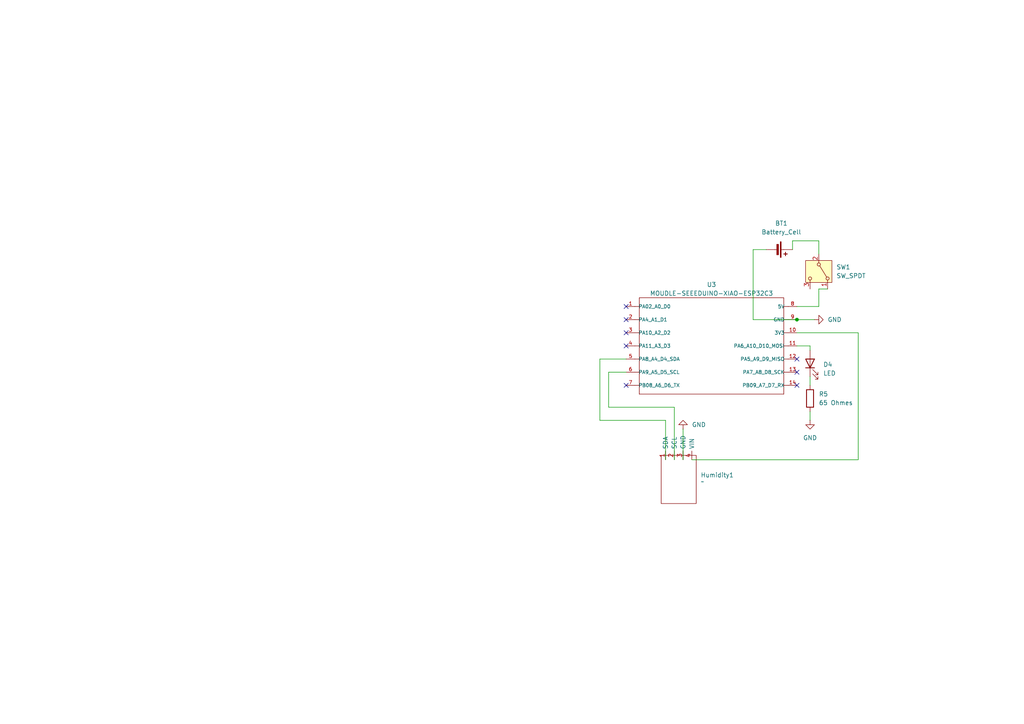
<source format=kicad_sch>
(kicad_sch
	(version 20231120)
	(generator "eeschema")
	(generator_version "8.0")
	(uuid "7337fde0-1ea6-453c-8879-0553c18887b5")
	(paper "A4")
	(title_block
		(title "Display part")
		(date "2025-02-05")
		(rev "V1")
		(company "Yu Shi")
	)
	(lib_symbols
		(symbol "Device:Battery_Cell"
			(pin_numbers hide)
			(pin_names
				(offset 0) hide)
			(exclude_from_sim no)
			(in_bom yes)
			(on_board yes)
			(property "Reference" "BT"
				(at 2.54 2.54 0)
				(effects
					(font
						(size 1.27 1.27)
					)
					(justify left)
				)
			)
			(property "Value" "Battery_Cell"
				(at 2.54 0 0)
				(effects
					(font
						(size 1.27 1.27)
					)
					(justify left)
				)
			)
			(property "Footprint" ""
				(at 0 1.524 90)
				(effects
					(font
						(size 1.27 1.27)
					)
					(hide yes)
				)
			)
			(property "Datasheet" "~"
				(at 0 1.524 90)
				(effects
					(font
						(size 1.27 1.27)
					)
					(hide yes)
				)
			)
			(property "Description" "Single-cell battery"
				(at 0 0 0)
				(effects
					(font
						(size 1.27 1.27)
					)
					(hide yes)
				)
			)
			(property "ki_keywords" "battery cell"
				(at 0 0 0)
				(effects
					(font
						(size 1.27 1.27)
					)
					(hide yes)
				)
			)
			(symbol "Battery_Cell_0_1"
				(rectangle
					(start -2.286 1.778)
					(end 2.286 1.524)
					(stroke
						(width 0)
						(type default)
					)
					(fill
						(type outline)
					)
				)
				(rectangle
					(start -1.524 1.016)
					(end 1.524 0.508)
					(stroke
						(width 0)
						(type default)
					)
					(fill
						(type outline)
					)
				)
				(polyline
					(pts
						(xy 0 0.762) (xy 0 0)
					)
					(stroke
						(width 0)
						(type default)
					)
					(fill
						(type none)
					)
				)
				(polyline
					(pts
						(xy 0 1.778) (xy 0 2.54)
					)
					(stroke
						(width 0)
						(type default)
					)
					(fill
						(type none)
					)
				)
				(polyline
					(pts
						(xy 0.762 3.048) (xy 1.778 3.048)
					)
					(stroke
						(width 0.254)
						(type default)
					)
					(fill
						(type none)
					)
				)
				(polyline
					(pts
						(xy 1.27 3.556) (xy 1.27 2.54)
					)
					(stroke
						(width 0.254)
						(type default)
					)
					(fill
						(type none)
					)
				)
			)
			(symbol "Battery_Cell_1_1"
				(pin passive line
					(at 0 5.08 270)
					(length 2.54)
					(name "+"
						(effects
							(font
								(size 1.27 1.27)
							)
						)
					)
					(number "1"
						(effects
							(font
								(size 1.27 1.27)
							)
						)
					)
				)
				(pin passive line
					(at 0 -2.54 90)
					(length 2.54)
					(name "-"
						(effects
							(font
								(size 1.27 1.27)
							)
						)
					)
					(number "2"
						(effects
							(font
								(size 1.27 1.27)
							)
						)
					)
				)
			)
		)
		(symbol "Device:LED"
			(pin_numbers hide)
			(pin_names
				(offset 1.016) hide)
			(exclude_from_sim no)
			(in_bom yes)
			(on_board yes)
			(property "Reference" "D"
				(at 0 2.54 0)
				(effects
					(font
						(size 1.27 1.27)
					)
				)
			)
			(property "Value" "LED"
				(at 0 -2.54 0)
				(effects
					(font
						(size 1.27 1.27)
					)
				)
			)
			(property "Footprint" ""
				(at 0 0 0)
				(effects
					(font
						(size 1.27 1.27)
					)
					(hide yes)
				)
			)
			(property "Datasheet" "~"
				(at 0 0 0)
				(effects
					(font
						(size 1.27 1.27)
					)
					(hide yes)
				)
			)
			(property "Description" "Light emitting diode"
				(at 0 0 0)
				(effects
					(font
						(size 1.27 1.27)
					)
					(hide yes)
				)
			)
			(property "ki_keywords" "LED diode"
				(at 0 0 0)
				(effects
					(font
						(size 1.27 1.27)
					)
					(hide yes)
				)
			)
			(property "ki_fp_filters" "LED* LED_SMD:* LED_THT:*"
				(at 0 0 0)
				(effects
					(font
						(size 1.27 1.27)
					)
					(hide yes)
				)
			)
			(symbol "LED_0_1"
				(polyline
					(pts
						(xy -1.27 -1.27) (xy -1.27 1.27)
					)
					(stroke
						(width 0.254)
						(type default)
					)
					(fill
						(type none)
					)
				)
				(polyline
					(pts
						(xy -1.27 0) (xy 1.27 0)
					)
					(stroke
						(width 0)
						(type default)
					)
					(fill
						(type none)
					)
				)
				(polyline
					(pts
						(xy 1.27 -1.27) (xy 1.27 1.27) (xy -1.27 0) (xy 1.27 -1.27)
					)
					(stroke
						(width 0.254)
						(type default)
					)
					(fill
						(type none)
					)
				)
				(polyline
					(pts
						(xy -3.048 -0.762) (xy -4.572 -2.286) (xy -3.81 -2.286) (xy -4.572 -2.286) (xy -4.572 -1.524)
					)
					(stroke
						(width 0)
						(type default)
					)
					(fill
						(type none)
					)
				)
				(polyline
					(pts
						(xy -1.778 -0.762) (xy -3.302 -2.286) (xy -2.54 -2.286) (xy -3.302 -2.286) (xy -3.302 -1.524)
					)
					(stroke
						(width 0)
						(type default)
					)
					(fill
						(type none)
					)
				)
			)
			(symbol "LED_1_1"
				(pin passive line
					(at -3.81 0 0)
					(length 2.54)
					(name "K"
						(effects
							(font
								(size 1.27 1.27)
							)
						)
					)
					(number "1"
						(effects
							(font
								(size 1.27 1.27)
							)
						)
					)
				)
				(pin passive line
					(at 3.81 0 180)
					(length 2.54)
					(name "A"
						(effects
							(font
								(size 1.27 1.27)
							)
						)
					)
					(number "2"
						(effects
							(font
								(size 1.27 1.27)
							)
						)
					)
				)
			)
		)
		(symbol "Device:R"
			(pin_numbers hide)
			(pin_names
				(offset 0)
			)
			(exclude_from_sim no)
			(in_bom yes)
			(on_board yes)
			(property "Reference" "R"
				(at 2.032 0 90)
				(effects
					(font
						(size 1.27 1.27)
					)
				)
			)
			(property "Value" "R"
				(at 0 0 90)
				(effects
					(font
						(size 1.27 1.27)
					)
				)
			)
			(property "Footprint" ""
				(at -1.778 0 90)
				(effects
					(font
						(size 1.27 1.27)
					)
					(hide yes)
				)
			)
			(property "Datasheet" "~"
				(at 0 0 0)
				(effects
					(font
						(size 1.27 1.27)
					)
					(hide yes)
				)
			)
			(property "Description" "Resistor"
				(at 0 0 0)
				(effects
					(font
						(size 1.27 1.27)
					)
					(hide yes)
				)
			)
			(property "ki_keywords" "R res resistor"
				(at 0 0 0)
				(effects
					(font
						(size 1.27 1.27)
					)
					(hide yes)
				)
			)
			(property "ki_fp_filters" "R_*"
				(at 0 0 0)
				(effects
					(font
						(size 1.27 1.27)
					)
					(hide yes)
				)
			)
			(symbol "R_0_1"
				(rectangle
					(start -1.016 -2.54)
					(end 1.016 2.54)
					(stroke
						(width 0.254)
						(type default)
					)
					(fill
						(type none)
					)
				)
			)
			(symbol "R_1_1"
				(pin passive line
					(at 0 3.81 270)
					(length 1.27)
					(name "~"
						(effects
							(font
								(size 1.27 1.27)
							)
						)
					)
					(number "1"
						(effects
							(font
								(size 1.27 1.27)
							)
						)
					)
				)
				(pin passive line
					(at 0 -3.81 90)
					(length 1.27)
					(name "~"
						(effects
							(font
								(size 1.27 1.27)
							)
						)
					)
					(number "2"
						(effects
							(font
								(size 1.27 1.27)
							)
						)
					)
				)
			)
		)
		(symbol "MOUDLE-SEEEDUINO-XIAO-ESP32C3_1"
			(pin_names
				(offset 1.016)
			)
			(exclude_from_sim no)
			(in_bom yes)
			(on_board yes)
			(property "Reference" "U"
				(at -21.59 15.24 0)
				(effects
					(font
						(size 1.27 1.27)
					)
					(justify left bottom)
				)
			)
			(property "Value" "MOUDLE-SEEEDUINO-XIAO-ESP32C3"
				(at -21.59 13.97 0)
				(effects
					(font
						(size 1.27 1.27)
					)
					(justify left bottom)
				)
			)
			(property "Footprint" "MOUDLE14P-SMD-2.54-21X17.8MM"
				(at 0 0 0)
				(effects
					(font
						(size 1.27 1.27)
					)
					(justify bottom)
					(hide yes)
				)
			)
			(property "Datasheet" ""
				(at 0 0 0)
				(effects
					(font
						(size 1.27 1.27)
					)
					(hide yes)
				)
			)
			(property "Description" ""
				(at 0 0 0)
				(effects
					(font
						(size 1.27 1.27)
					)
					(hide yes)
				)
			)
			(symbol "MOUDLE-SEEEDUINO-XIAO-ESP32C3_1_0_0"
				(polyline
					(pts
						(xy -21.59 -13.97) (xy -21.59 0)
					)
					(stroke
						(width 0.1524)
						(type default)
					)
					(fill
						(type none)
					)
				)
				(polyline
					(pts
						(xy -21.59 -11.43) (xy -22.86 -11.43)
					)
					(stroke
						(width 0.1524)
						(type default)
					)
					(fill
						(type none)
					)
				)
				(polyline
					(pts
						(xy -21.59 -7.62) (xy -22.86 -7.62)
					)
					(stroke
						(width 0.1524)
						(type default)
					)
					(fill
						(type none)
					)
				)
				(polyline
					(pts
						(xy -21.59 -3.81) (xy -22.86 -3.81)
					)
					(stroke
						(width 0.1524)
						(type default)
					)
					(fill
						(type none)
					)
				)
				(polyline
					(pts
						(xy -21.59 0) (xy -22.86 0)
					)
					(stroke
						(width 0.1524)
						(type default)
					)
					(fill
						(type none)
					)
				)
				(polyline
					(pts
						(xy -21.59 0) (xy -21.59 3.81)
					)
					(stroke
						(width 0.1524)
						(type default)
					)
					(fill
						(type none)
					)
				)
				(polyline
					(pts
						(xy -21.59 3.81) (xy -22.86 3.81)
					)
					(stroke
						(width 0.1524)
						(type default)
					)
					(fill
						(type none)
					)
				)
				(polyline
					(pts
						(xy -21.59 3.81) (xy -21.59 7.62)
					)
					(stroke
						(width 0.1524)
						(type default)
					)
					(fill
						(type none)
					)
				)
				(polyline
					(pts
						(xy -21.59 7.62) (xy -22.86 7.62)
					)
					(stroke
						(width 0.1524)
						(type default)
					)
					(fill
						(type none)
					)
				)
				(polyline
					(pts
						(xy -21.59 7.62) (xy -21.59 11.43)
					)
					(stroke
						(width 0.1524)
						(type default)
					)
					(fill
						(type none)
					)
				)
				(polyline
					(pts
						(xy -21.59 11.43) (xy -22.86 11.43)
					)
					(stroke
						(width 0.1524)
						(type default)
					)
					(fill
						(type none)
					)
				)
				(polyline
					(pts
						(xy -21.59 11.43) (xy -21.59 13.97)
					)
					(stroke
						(width 0.1524)
						(type default)
					)
					(fill
						(type none)
					)
				)
				(polyline
					(pts
						(xy -21.59 13.97) (xy 20.32 13.97)
					)
					(stroke
						(width 0.1524)
						(type default)
					)
					(fill
						(type none)
					)
				)
				(polyline
					(pts
						(xy 20.32 -13.97) (xy -21.59 -13.97)
					)
					(stroke
						(width 0.1524)
						(type default)
					)
					(fill
						(type none)
					)
				)
				(polyline
					(pts
						(xy 20.32 3.81) (xy 20.32 -13.97)
					)
					(stroke
						(width 0.1524)
						(type default)
					)
					(fill
						(type none)
					)
				)
				(polyline
					(pts
						(xy 20.32 7.62) (xy 20.32 3.81)
					)
					(stroke
						(width 0.1524)
						(type default)
					)
					(fill
						(type none)
					)
				)
				(polyline
					(pts
						(xy 20.32 11.43) (xy 20.32 7.62)
					)
					(stroke
						(width 0.1524)
						(type default)
					)
					(fill
						(type none)
					)
				)
				(polyline
					(pts
						(xy 20.32 13.97) (xy 20.32 11.43)
					)
					(stroke
						(width 0.1524)
						(type default)
					)
					(fill
						(type none)
					)
				)
				(polyline
					(pts
						(xy 21.59 -11.43) (xy 20.32 -11.43)
					)
					(stroke
						(width 0.1524)
						(type default)
					)
					(fill
						(type none)
					)
				)
				(polyline
					(pts
						(xy 21.59 -7.62) (xy 20.32 -7.62)
					)
					(stroke
						(width 0.1524)
						(type default)
					)
					(fill
						(type none)
					)
				)
				(polyline
					(pts
						(xy 21.59 -3.81) (xy 20.32 -3.81)
					)
					(stroke
						(width 0.1524)
						(type default)
					)
					(fill
						(type none)
					)
				)
				(polyline
					(pts
						(xy 21.59 0) (xy 20.32 0)
					)
					(stroke
						(width 0.1524)
						(type default)
					)
					(fill
						(type none)
					)
				)
				(polyline
					(pts
						(xy 21.59 3.81) (xy 20.32 3.81)
					)
					(stroke
						(width 0.1524)
						(type default)
					)
					(fill
						(type none)
					)
				)
				(polyline
					(pts
						(xy 21.59 7.62) (xy 20.32 7.62)
					)
					(stroke
						(width 0.1524)
						(type default)
					)
					(fill
						(type none)
					)
				)
				(polyline
					(pts
						(xy 21.59 11.43) (xy 20.32 11.43)
					)
					(stroke
						(width 0.1524)
						(type default)
					)
					(fill
						(type none)
					)
				)
				(pin bidirectional line
					(at -25.4 11.43 0)
					(length 2.54)
					(name "PA02_A0_D0"
						(effects
							(font
								(size 1.016 1.016)
							)
						)
					)
					(number "1"
						(effects
							(font
								(size 1.016 1.016)
							)
						)
					)
				)
				(pin bidirectional line
					(at 24.13 3.81 180)
					(length 2.54)
					(name "3V3"
						(effects
							(font
								(size 1.016 1.016)
							)
						)
					)
					(number "10"
						(effects
							(font
								(size 1.016 1.016)
							)
						)
					)
				)
				(pin bidirectional line
					(at 24.13 0 180)
					(length 2.54)
					(name "PA6_A10_D10_MOSI"
						(effects
							(font
								(size 1.016 1.016)
							)
						)
					)
					(number "11"
						(effects
							(font
								(size 1.016 1.016)
							)
						)
					)
				)
				(pin bidirectional line
					(at 24.13 -3.81 180)
					(length 2.54)
					(name "PA5_A9_D9_MISO"
						(effects
							(font
								(size 1.016 1.016)
							)
						)
					)
					(number "12"
						(effects
							(font
								(size 1.016 1.016)
							)
						)
					)
				)
				(pin bidirectional line
					(at 24.13 -7.62 180)
					(length 2.54)
					(name "PA7_A8_D8_SCK"
						(effects
							(font
								(size 1.016 1.016)
							)
						)
					)
					(number "13"
						(effects
							(font
								(size 1.016 1.016)
							)
						)
					)
				)
				(pin bidirectional line
					(at 24.13 -11.43 180)
					(length 2.54)
					(name "PB09_A7_D7_RX"
						(effects
							(font
								(size 1.016 1.016)
							)
						)
					)
					(number "14"
						(effects
							(font
								(size 1.016 1.016)
							)
						)
					)
				)
				(pin bidirectional line
					(at -25.4 7.62 0)
					(length 2.54)
					(name "PA4_A1_D1"
						(effects
							(font
								(size 1.016 1.016)
							)
						)
					)
					(number "2"
						(effects
							(font
								(size 1.016 1.016)
							)
						)
					)
				)
				(pin bidirectional line
					(at -25.4 3.81 0)
					(length 2.54)
					(name "PA10_A2_D2"
						(effects
							(font
								(size 1.016 1.016)
							)
						)
					)
					(number "3"
						(effects
							(font
								(size 1.016 1.016)
							)
						)
					)
				)
				(pin bidirectional line
					(at -25.4 0 0)
					(length 2.54)
					(name "PA11_A3_D3"
						(effects
							(font
								(size 1.016 1.016)
							)
						)
					)
					(number "4"
						(effects
							(font
								(size 1.016 1.016)
							)
						)
					)
				)
				(pin bidirectional line
					(at -25.4 -3.81 0)
					(length 2.54)
					(name "PA8_A4_D4_SDA"
						(effects
							(font
								(size 1.016 1.016)
							)
						)
					)
					(number "5"
						(effects
							(font
								(size 1.016 1.016)
							)
						)
					)
				)
				(pin bidirectional line
					(at -25.4 -7.62 0)
					(length 2.54)
					(name "PA9_A5_D5_SCL"
						(effects
							(font
								(size 1.016 1.016)
							)
						)
					)
					(number "6"
						(effects
							(font
								(size 1.016 1.016)
							)
						)
					)
				)
				(pin bidirectional line
					(at -25.4 -11.43 0)
					(length 2.54)
					(name "PB08_A6_D6_TX"
						(effects
							(font
								(size 1.016 1.016)
							)
						)
					)
					(number "7"
						(effects
							(font
								(size 1.016 1.016)
							)
						)
					)
				)
				(pin bidirectional line
					(at 24.13 11.43 180)
					(length 2.54)
					(name "5V"
						(effects
							(font
								(size 1.016 1.016)
							)
						)
					)
					(number "8"
						(effects
							(font
								(size 1.016 1.016)
							)
						)
					)
				)
				(pin bidirectional line
					(at 24.13 7.62 180)
					(length 2.54)
					(name "GND"
						(effects
							(font
								(size 1.016 1.016)
							)
						)
					)
					(number "9"
						(effects
							(font
								(size 1.016 1.016)
							)
						)
					)
				)
			)
		)
		(symbol "Switch:SW_SPDT"
			(pin_names
				(offset 0) hide)
			(exclude_from_sim no)
			(in_bom yes)
			(on_board yes)
			(property "Reference" "SW"
				(at 0 5.08 0)
				(effects
					(font
						(size 1.27 1.27)
					)
				)
			)
			(property "Value" "SW_SPDT"
				(at 0 -5.08 0)
				(effects
					(font
						(size 1.27 1.27)
					)
				)
			)
			(property "Footprint" ""
				(at 0 0 0)
				(effects
					(font
						(size 1.27 1.27)
					)
					(hide yes)
				)
			)
			(property "Datasheet" "~"
				(at 0 -7.62 0)
				(effects
					(font
						(size 1.27 1.27)
					)
					(hide yes)
				)
			)
			(property "Description" "Switch, single pole double throw"
				(at 0 0 0)
				(effects
					(font
						(size 1.27 1.27)
					)
					(hide yes)
				)
			)
			(property "ki_keywords" "switch single-pole double-throw spdt ON-ON"
				(at 0 0 0)
				(effects
					(font
						(size 1.27 1.27)
					)
					(hide yes)
				)
			)
			(symbol "SW_SPDT_0_1"
				(circle
					(center -2.032 0)
					(radius 0.4572)
					(stroke
						(width 0)
						(type default)
					)
					(fill
						(type none)
					)
				)
				(polyline
					(pts
						(xy -1.651 0.254) (xy 1.651 2.286)
					)
					(stroke
						(width 0)
						(type default)
					)
					(fill
						(type none)
					)
				)
				(circle
					(center 2.032 -2.54)
					(radius 0.4572)
					(stroke
						(width 0)
						(type default)
					)
					(fill
						(type none)
					)
				)
				(circle
					(center 2.032 2.54)
					(radius 0.4572)
					(stroke
						(width 0)
						(type default)
					)
					(fill
						(type none)
					)
				)
			)
			(symbol "SW_SPDT_1_1"
				(rectangle
					(start -3.175 3.81)
					(end 3.175 -3.81)
					(stroke
						(width 0)
						(type default)
					)
					(fill
						(type background)
					)
				)
				(pin passive line
					(at 5.08 2.54 180)
					(length 2.54)
					(name "A"
						(effects
							(font
								(size 1.27 1.27)
							)
						)
					)
					(number "1"
						(effects
							(font
								(size 1.27 1.27)
							)
						)
					)
				)
				(pin passive line
					(at -5.08 0 0)
					(length 2.54)
					(name "B"
						(effects
							(font
								(size 1.27 1.27)
							)
						)
					)
					(number "2"
						(effects
							(font
								(size 1.27 1.27)
							)
						)
					)
				)
				(pin passive line
					(at 5.08 -2.54 180)
					(length 2.54)
					(name "C"
						(effects
							(font
								(size 1.27 1.27)
							)
						)
					)
					(number "3"
						(effects
							(font
								(size 1.27 1.27)
							)
						)
					)
				)
			)
		)
		(symbol "YEah:BME280_Humidity"
			(exclude_from_sim no)
			(in_bom yes)
			(on_board yes)
			(property "Reference" "Humidity"
				(at 10.922 -1.27 0)
				(effects
					(font
						(size 1.27 1.27)
					)
				)
			)
			(property "Value" ""
				(at 10.16 -2.54 0)
				(effects
					(font
						(size 1.27 1.27)
					)
				)
			)
			(property "Footprint" ""
				(at 10.16 -2.54 0)
				(effects
					(font
						(size 1.27 1.27)
					)
					(hide yes)
				)
			)
			(property "Datasheet" ""
				(at 10.16 -2.54 0)
				(effects
					(font
						(size 1.27 1.27)
					)
					(hide yes)
				)
			)
			(property "Description" ""
				(at 10.16 -2.54 0)
				(effects
					(font
						(size 1.27 1.27)
					)
					(hide yes)
				)
			)
			(symbol "BME280_Humidity_0_1"
				(rectangle
					(start 15.24 -6.35)
					(end 1.27 3.81)
					(stroke
						(width 0)
						(type default)
					)
					(fill
						(type none)
					)
				)
			)
			(symbol "BME280_Humidity_1_1"
				(pin input line
					(at 2.54 -5.08 180)
					(length 2.54)
					(name "SDA"
						(effects
							(font
								(size 1.27 1.27)
							)
						)
					)
					(number "1"
						(effects
							(font
								(size 1.27 1.27)
							)
						)
					)
				)
				(pin input line
					(at 2.54 -2.54 180)
					(length 2.54)
					(name "SCL"
						(effects
							(font
								(size 1.27 1.27)
							)
						)
					)
					(number "2"
						(effects
							(font
								(size 1.27 1.27)
							)
						)
					)
				)
				(pin input line
					(at 2.54 0 180)
					(length 2.54)
					(name "GND"
						(effects
							(font
								(size 1.27 1.27)
							)
						)
					)
					(number "3"
						(effects
							(font
								(size 1.27 1.27)
							)
						)
					)
				)
				(pin input line
					(at 2.54 2.54 180)
					(length 2.54)
					(name "VIN"
						(effects
							(font
								(size 1.27 1.27)
							)
						)
					)
					(number "4"
						(effects
							(font
								(size 1.27 1.27)
							)
						)
					)
				)
			)
		)
		(symbol "power:GND"
			(power)
			(pin_numbers hide)
			(pin_names
				(offset 0) hide)
			(exclude_from_sim no)
			(in_bom yes)
			(on_board yes)
			(property "Reference" "#PWR"
				(at 0 -6.35 0)
				(effects
					(font
						(size 1.27 1.27)
					)
					(hide yes)
				)
			)
			(property "Value" "GND"
				(at 0 -3.81 0)
				(effects
					(font
						(size 1.27 1.27)
					)
				)
			)
			(property "Footprint" ""
				(at 0 0 0)
				(effects
					(font
						(size 1.27 1.27)
					)
					(hide yes)
				)
			)
			(property "Datasheet" ""
				(at 0 0 0)
				(effects
					(font
						(size 1.27 1.27)
					)
					(hide yes)
				)
			)
			(property "Description" "Power symbol creates a global label with name \"GND\" , ground"
				(at 0 0 0)
				(effects
					(font
						(size 1.27 1.27)
					)
					(hide yes)
				)
			)
			(property "ki_keywords" "global power"
				(at 0 0 0)
				(effects
					(font
						(size 1.27 1.27)
					)
					(hide yes)
				)
			)
			(symbol "GND_0_1"
				(polyline
					(pts
						(xy 0 0) (xy 0 -1.27) (xy 1.27 -1.27) (xy 0 -2.54) (xy -1.27 -1.27) (xy 0 -1.27)
					)
					(stroke
						(width 0)
						(type default)
					)
					(fill
						(type none)
					)
				)
			)
			(symbol "GND_1_1"
				(pin power_in line
					(at 0 0 270)
					(length 0)
					(name "~"
						(effects
							(font
								(size 1.27 1.27)
							)
						)
					)
					(number "1"
						(effects
							(font
								(size 1.27 1.27)
							)
						)
					)
				)
			)
		)
	)
	(junction
		(at 231.14 92.71)
		(diameter 0)
		(color 0 0 0 0)
		(uuid "3003dffe-9451-4d10-82b8-2ab442fcabb1")
	)
	(no_connect
		(at 181.61 96.52)
		(uuid "2854a659-30e4-457a-8826-8b7791b38173")
	)
	(no_connect
		(at 231.14 107.95)
		(uuid "5ed34761-3ed7-4b33-b7a1-2cbb913dbff2")
	)
	(no_connect
		(at 181.61 92.71)
		(uuid "67f98180-793a-4ccb-9012-c7248ba63759")
	)
	(no_connect
		(at 181.61 111.76)
		(uuid "6ebb5a21-9b66-477a-9105-638c4d3c2e1b")
	)
	(no_connect
		(at 181.61 100.33)
		(uuid "7186d241-a97f-4e13-8264-e7b169e43142")
	)
	(no_connect
		(at 181.61 88.9)
		(uuid "c1568018-b24b-484b-9776-612e3575ddf4")
	)
	(no_connect
		(at 231.14 104.14)
		(uuid "e0544de7-43b3-42ae-be00-0628673103cc")
	)
	(no_connect
		(at 231.14 111.76)
		(uuid "ee06c9c9-7049-48b0-86ce-8a36f67cc5f2")
	)
	(wire
		(pts
			(xy 181.61 104.14) (xy 173.99 104.14)
		)
		(stroke
			(width 0)
			(type default)
		)
		(uuid "03a45f04-2306-4808-b7fa-2c0202a62c80")
	)
	(wire
		(pts
			(xy 231.14 96.52) (xy 248.92 96.52)
		)
		(stroke
			(width 0)
			(type default)
		)
		(uuid "090b69f7-37b0-46c0-90f7-b7d266d2b6ed")
	)
	(wire
		(pts
			(xy 176.53 118.11) (xy 195.58 118.11)
		)
		(stroke
			(width 0)
			(type default)
		)
		(uuid "0ddf292f-33bf-4efe-8137-db54362d2934")
	)
	(wire
		(pts
			(xy 234.95 100.33) (xy 234.95 101.6)
		)
		(stroke
			(width 0)
			(type default)
		)
		(uuid "152b2bb5-3a56-45f4-9187-22504f9915ee")
	)
	(wire
		(pts
			(xy 248.92 96.52) (xy 248.92 133.35)
		)
		(stroke
			(width 0)
			(type default)
		)
		(uuid "16a22f1b-ff62-425c-99e3-6ec49b77941d")
	)
	(wire
		(pts
			(xy 173.99 121.92) (xy 193.04 121.92)
		)
		(stroke
			(width 0)
			(type default)
		)
		(uuid "24b5811f-1378-4bbc-a9ae-10eeaa6777a6")
	)
	(wire
		(pts
			(xy 198.12 124.46) (xy 198.12 133.35)
		)
		(stroke
			(width 0)
			(type default)
		)
		(uuid "277542de-76db-47d2-bb21-b7454c2baa09")
	)
	(wire
		(pts
			(xy 231.14 92.71) (xy 236.22 92.71)
		)
		(stroke
			(width 0)
			(type default)
		)
		(uuid "29b0d698-5e45-429a-bf30-544e9d750424")
	)
	(wire
		(pts
			(xy 218.44 72.39) (xy 218.44 92.71)
		)
		(stroke
			(width 0)
			(type default)
		)
		(uuid "2ad9dbe6-617b-429a-9abc-2141a6f2337d")
	)
	(wire
		(pts
			(xy 234.95 121.92) (xy 234.95 119.38)
		)
		(stroke
			(width 0)
			(type default)
		)
		(uuid "2ba216f3-5168-4ff7-ba3f-ce717dd5f049")
	)
	(wire
		(pts
			(xy 229.87 69.85) (xy 237.49 69.85)
		)
		(stroke
			(width 0)
			(type default)
		)
		(uuid "2db91b03-d77f-4231-8e08-5f4c2a176133")
	)
	(wire
		(pts
			(xy 173.99 104.14) (xy 173.99 121.92)
		)
		(stroke
			(width 0)
			(type default)
		)
		(uuid "310ac7d1-2e0b-4791-a3fd-d9a899d2610d")
	)
	(wire
		(pts
			(xy 234.95 111.76) (xy 234.95 109.22)
		)
		(stroke
			(width 0)
			(type default)
		)
		(uuid "378e1eb9-5fe5-4d7a-8bc7-20cfdd38d7b2")
	)
	(wire
		(pts
			(xy 195.58 118.11) (xy 195.58 133.35)
		)
		(stroke
			(width 0)
			(type default)
		)
		(uuid "4ea89204-6b16-4b89-af6b-b9dbf3b87d9a")
	)
	(wire
		(pts
			(xy 248.92 133.35) (xy 200.66 133.35)
		)
		(stroke
			(width 0)
			(type default)
		)
		(uuid "64381c5a-e0ab-4a5b-906a-cb67d6973309")
	)
	(wire
		(pts
			(xy 218.44 72.39) (xy 222.25 72.39)
		)
		(stroke
			(width 0)
			(type default)
		)
		(uuid "7c0be20d-a268-46e1-8e05-0cfe05e6fe96")
	)
	(wire
		(pts
			(xy 237.49 69.85) (xy 237.49 73.66)
		)
		(stroke
			(width 0)
			(type default)
		)
		(uuid "816cd37f-9088-498c-868d-fd23bd4b0c67")
	)
	(wire
		(pts
			(xy 231.14 100.33) (xy 234.95 100.33)
		)
		(stroke
			(width 0)
			(type default)
		)
		(uuid "86db8ce0-138f-425a-8069-924ac170e602")
	)
	(wire
		(pts
			(xy 176.53 107.95) (xy 181.61 107.95)
		)
		(stroke
			(width 0)
			(type default)
		)
		(uuid "94ab9d92-80cc-4818-8b93-3585ae14af1b")
	)
	(wire
		(pts
			(xy 229.87 72.39) (xy 229.87 69.85)
		)
		(stroke
			(width 0)
			(type default)
		)
		(uuid "9e975803-0085-4c94-8e73-549e0b661fa0")
	)
	(wire
		(pts
			(xy 237.49 83.82) (xy 240.03 83.82)
		)
		(stroke
			(width 0)
			(type default)
		)
		(uuid "cfe3f8c6-0ad9-4f89-90c0-3c2857e9c0e4")
	)
	(wire
		(pts
			(xy 237.49 83.82) (xy 237.49 88.9)
		)
		(stroke
			(width 0)
			(type default)
		)
		(uuid "ea3860c4-d19c-4c2d-a90d-eef56ff3e2e0")
	)
	(wire
		(pts
			(xy 237.49 88.9) (xy 231.14 88.9)
		)
		(stroke
			(width 0)
			(type default)
		)
		(uuid "ecabf0fb-dcfa-44b3-83ba-8f9331ead3c4")
	)
	(wire
		(pts
			(xy 193.04 121.92) (xy 193.04 133.35)
		)
		(stroke
			(width 0)
			(type default)
		)
		(uuid "eecdabd2-cb06-4275-82d0-00ad28de3d60")
	)
	(wire
		(pts
			(xy 218.44 92.71) (xy 231.14 92.71)
		)
		(stroke
			(width 0)
			(type default)
		)
		(uuid "fe763cb1-b7b5-49b4-9b1f-755e832289f2")
	)
	(wire
		(pts
			(xy 176.53 118.11) (xy 176.53 107.95)
		)
		(stroke
			(width 0)
			(type default)
		)
		(uuid "ffe613b8-dcea-42d6-b3f2-06bbe89becec")
	)
	(symbol
		(lib_id "Device:Battery_Cell")
		(at 224.79 72.39 270)
		(unit 1)
		(exclude_from_sim no)
		(in_bom yes)
		(on_board yes)
		(dnp no)
		(fields_autoplaced yes)
		(uuid "14b1bfff-df4c-4005-952a-05fdb5384947")
		(property "Reference" "BT1"
			(at 226.6315 64.77 90)
			(effects
				(font
					(size 1.27 1.27)
				)
			)
		)
		(property "Value" "Battery_Cell"
			(at 226.6315 67.31 90)
			(effects
				(font
					(size 1.27 1.27)
				)
			)
		)
		(property "Footprint" "Connector_JST:JST_PH_B2B-PH-K_1x02_P2.00mm_Vertical"
			(at 226.314 72.39 90)
			(effects
				(font
					(size 1.27 1.27)
				)
				(hide yes)
			)
		)
		(property "Datasheet" "~"
			(at 226.314 72.39 90)
			(effects
				(font
					(size 1.27 1.27)
				)
				(hide yes)
			)
		)
		(property "Description" "Single-cell battery"
			(at 224.79 72.39 0)
			(effects
				(font
					(size 1.27 1.27)
				)
				(hide yes)
			)
		)
		(pin "1"
			(uuid "11418869-4495-4eb7-9f34-4084e8dcb6e9")
		)
		(pin "2"
			(uuid "790c4b85-9b6d-4957-b5d2-6a8676ccf7cc")
		)
		(instances
			(project ""
				(path "/7337fde0-1ea6-453c-8879-0553c18887b5"
					(reference "BT1")
					(unit 1)
				)
			)
		)
	)
	(symbol
		(lib_id "power:GND")
		(at 198.12 124.46 180)
		(unit 1)
		(exclude_from_sim no)
		(in_bom yes)
		(on_board yes)
		(dnp no)
		(fields_autoplaced yes)
		(uuid "543d203e-a594-454c-a5ff-8432cbb5e066")
		(property "Reference" "#PWR07"
			(at 198.12 118.11 0)
			(effects
				(font
					(size 1.27 1.27)
				)
				(hide yes)
			)
		)
		(property "Value" "GND"
			(at 200.66 123.1899 0)
			(effects
				(font
					(size 1.27 1.27)
				)
				(justify right)
			)
		)
		(property "Footprint" ""
			(at 198.12 124.46 0)
			(effects
				(font
					(size 1.27 1.27)
				)
				(hide yes)
			)
		)
		(property "Datasheet" ""
			(at 198.12 124.46 0)
			(effects
				(font
					(size 1.27 1.27)
				)
				(hide yes)
			)
		)
		(property "Description" "Power symbol creates a global label with name \"GND\" , ground"
			(at 198.12 124.46 0)
			(effects
				(font
					(size 1.27 1.27)
				)
				(hide yes)
			)
		)
		(pin "1"
			(uuid "d1084bcb-b2b5-4bdf-8a74-18942d018a99")
		)
		(instances
			(project "Lab3"
				(path "/7337fde0-1ea6-453c-8879-0553c18887b5"
					(reference "#PWR07")
					(unit 1)
				)
			)
		)
	)
	(symbol
		(lib_id "power:GND")
		(at 236.22 92.71 90)
		(unit 1)
		(exclude_from_sim no)
		(in_bom yes)
		(on_board yes)
		(dnp no)
		(fields_autoplaced yes)
		(uuid "6c2146c8-ad1d-420d-b6e5-9b11bad4318f")
		(property "Reference" "#PWR03"
			(at 242.57 92.71 0)
			(effects
				(font
					(size 1.27 1.27)
				)
				(hide yes)
			)
		)
		(property "Value" "GND"
			(at 240.03 92.7099 90)
			(effects
				(font
					(size 1.27 1.27)
				)
				(justify right)
			)
		)
		(property "Footprint" ""
			(at 236.22 92.71 0)
			(effects
				(font
					(size 1.27 1.27)
				)
				(hide yes)
			)
		)
		(property "Datasheet" ""
			(at 236.22 92.71 0)
			(effects
				(font
					(size 1.27 1.27)
				)
				(hide yes)
			)
		)
		(property "Description" "Power symbol creates a global label with name \"GND\" , ground"
			(at 236.22 92.71 0)
			(effects
				(font
					(size 1.27 1.27)
				)
				(hide yes)
			)
		)
		(pin "1"
			(uuid "cf6abf11-8c3d-4481-9000-6b612b3889a0")
		)
		(instances
			(project "Lab3"
				(path "/7337fde0-1ea6-453c-8879-0553c18887b5"
					(reference "#PWR03")
					(unit 1)
				)
			)
		)
	)
	(symbol
		(lib_id "YEah:BME280_Humidity")
		(at 198.12 130.81 270)
		(unit 1)
		(exclude_from_sim no)
		(in_bom yes)
		(on_board yes)
		(dnp no)
		(fields_autoplaced yes)
		(uuid "7237b0a3-ae8f-441e-84cb-776173e16132")
		(property "Reference" "Humidity1"
			(at 203.2 137.7949 90)
			(effects
				(font
					(size 1.27 1.27)
				)
				(justify left)
			)
		)
		(property "Value" "~"
			(at 203.2 139.7 90)
			(effects
				(font
					(size 1.27 1.27)
				)
				(justify left)
			)
		)
		(property "Footprint" "1:128x64OLED"
			(at 195.58 140.97 0)
			(effects
				(font
					(size 1.27 1.27)
				)
				(hide yes)
			)
		)
		(property "Datasheet" ""
			(at 195.58 140.97 0)
			(effects
				(font
					(size 1.27 1.27)
				)
				(hide yes)
			)
		)
		(property "Description" ""
			(at 195.58 140.97 0)
			(effects
				(font
					(size 1.27 1.27)
				)
				(hide yes)
			)
		)
		(pin "2"
			(uuid "fbec06fe-2c2c-43cb-8bed-c9cb3407ba24")
		)
		(pin "4"
			(uuid "3c40cca2-0e71-492c-b191-511fbc416891")
		)
		(pin "3"
			(uuid "bd03a821-0dd2-486d-ac2a-d23d0ef95a28")
		)
		(pin "1"
			(uuid "cac6a321-b022-4316-90fa-f325c779e12a")
		)
		(instances
			(project ""
				(path "/7337fde0-1ea6-453c-8879-0553c18887b5"
					(reference "Humidity1")
					(unit 1)
				)
			)
		)
	)
	(symbol
		(lib_id "power:GND")
		(at 234.95 121.92 0)
		(unit 1)
		(exclude_from_sim no)
		(in_bom yes)
		(on_board yes)
		(dnp no)
		(fields_autoplaced yes)
		(uuid "b7e598ad-752e-461a-ae51-538213697cb0")
		(property "Reference" "#PWR08"
			(at 234.95 128.27 0)
			(effects
				(font
					(size 1.27 1.27)
				)
				(hide yes)
			)
		)
		(property "Value" "GND"
			(at 234.95 127 0)
			(effects
				(font
					(size 1.27 1.27)
				)
			)
		)
		(property "Footprint" ""
			(at 234.95 121.92 0)
			(effects
				(font
					(size 1.27 1.27)
				)
				(hide yes)
			)
		)
		(property "Datasheet" ""
			(at 234.95 121.92 0)
			(effects
				(font
					(size 1.27 1.27)
				)
				(hide yes)
			)
		)
		(property "Description" "Power symbol creates a global label with name \"GND\" , ground"
			(at 234.95 121.92 0)
			(effects
				(font
					(size 1.27 1.27)
				)
				(hide yes)
			)
		)
		(pin "1"
			(uuid "6fc4a8fd-bc81-40de-b8f1-3f054e88d792")
		)
		(instances
			(project "Lab3"
				(path "/7337fde0-1ea6-453c-8879-0553c18887b5"
					(reference "#PWR08")
					(unit 1)
				)
			)
		)
	)
	(symbol
		(lib_id "Device:LED")
		(at 234.95 105.41 90)
		(unit 1)
		(exclude_from_sim no)
		(in_bom yes)
		(on_board yes)
		(dnp no)
		(fields_autoplaced yes)
		(uuid "c27e9b3c-74d0-4389-9b6e-0c89d1777902")
		(property "Reference" "D4"
			(at 238.76 105.7274 90)
			(effects
				(font
					(size 1.27 1.27)
				)
				(justify right)
			)
		)
		(property "Value" "LED"
			(at 238.76 108.2674 90)
			(effects
				(font
					(size 1.27 1.27)
				)
				(justify right)
			)
		)
		(property "Footprint" "LED_THT:LED_D5.0mm"
			(at 234.95 105.41 0)
			(effects
				(font
					(size 1.27 1.27)
				)
				(hide yes)
			)
		)
		(property "Datasheet" "~"
			(at 234.95 105.41 0)
			(effects
				(font
					(size 1.27 1.27)
				)
				(hide yes)
			)
		)
		(property "Description" "Light emitting diode"
			(at 234.95 105.41 0)
			(effects
				(font
					(size 1.27 1.27)
				)
				(hide yes)
			)
		)
		(pin "2"
			(uuid "dc3fd156-d94f-4d08-8f41-c200b38904b5")
		)
		(pin "1"
			(uuid "c96a9910-7500-463d-b61b-d9432ecf621a")
		)
		(instances
			(project "Lab3"
				(path "/7337fde0-1ea6-453c-8879-0553c18887b5"
					(reference "D4")
					(unit 1)
				)
			)
		)
	)
	(symbol
		(lib_id "Switch:SW_SPDT")
		(at 237.49 78.74 270)
		(unit 1)
		(exclude_from_sim no)
		(in_bom yes)
		(on_board yes)
		(dnp no)
		(fields_autoplaced yes)
		(uuid "c2df59e0-3eea-4815-aaad-ff3678089e17")
		(property "Reference" "SW1"
			(at 242.57 77.4699 90)
			(effects
				(font
					(size 1.27 1.27)
				)
				(justify left)
			)
		)
		(property "Value" "SW_SPDT"
			(at 242.57 80.0099 90)
			(effects
				(font
					(size 1.27 1.27)
				)
				(justify left)
			)
		)
		(property "Footprint" "Connector_PinHeader_2.54mm:PinHeader_1x03_P2.54mm_Vertical"
			(at 237.49 78.74 0)
			(effects
				(font
					(size 1.27 1.27)
				)
				(hide yes)
			)
		)
		(property "Datasheet" "~"
			(at 229.87 78.74 0)
			(effects
				(font
					(size 1.27 1.27)
				)
				(hide yes)
			)
		)
		(property "Description" "Switch, single pole double throw"
			(at 237.49 78.74 0)
			(effects
				(font
					(size 1.27 1.27)
				)
				(hide yes)
			)
		)
		(pin "3"
			(uuid "dd7a46dc-b104-4505-a23a-d8faf14f416d")
		)
		(pin "2"
			(uuid "8f5707bb-2cef-4997-b3dc-5aa4ded6b17e")
		)
		(pin "1"
			(uuid "65a0ed38-493d-45e7-9e28-af6cfa485e27")
		)
		(instances
			(project ""
				(path "/7337fde0-1ea6-453c-8879-0553c18887b5"
					(reference "SW1")
					(unit 1)
				)
			)
		)
	)
	(symbol
		(lib_name "MOUDLE-SEEEDUINO-XIAO-ESP32C3_1")
		(lib_id "xiao:MOUDLE-SEEEDUINO-XIAO-ESP32C3")
		(at 207.01 100.33 0)
		(unit 1)
		(exclude_from_sim no)
		(in_bom yes)
		(on_board yes)
		(dnp no)
		(fields_autoplaced yes)
		(uuid "c76af249-3a62-4245-8e86-0fe38060bfd6")
		(property "Reference" "U3"
			(at 206.375 82.55 0)
			(effects
				(font
					(size 1.27 1.27)
				)
			)
		)
		(property "Value" "MOUDLE-SEEEDUINO-XIAO-ESP32C3"
			(at 206.375 85.09 0)
			(effects
				(font
					(size 1.27 1.27)
				)
			)
		)
		(property "Footprint" "6:XIAO_ESP32_SENSE"
			(at 207.01 100.33 0)
			(effects
				(font
					(size 1.27 1.27)
				)
				(justify bottom)
				(hide yes)
			)
		)
		(property "Datasheet" ""
			(at 207.01 100.33 0)
			(effects
				(font
					(size 1.27 1.27)
				)
				(hide yes)
			)
		)
		(property "Description" ""
			(at 207.01 100.33 0)
			(effects
				(font
					(size 1.27 1.27)
				)
				(hide yes)
			)
		)
		(pin "14"
			(uuid "9ba6f3e6-3fd8-4ed9-93a9-b6b6e929b099")
		)
		(pin "8"
			(uuid "00654c58-0752-426d-8131-ddf0d1c89eaf")
		)
		(pin "5"
			(uuid "d9aab02f-0483-4508-a157-4a165d191798")
		)
		(pin "10"
			(uuid "aa4a8709-3ade-4305-b2e6-b3542405f436")
		)
		(pin "12"
			(uuid "5fdf3eb8-e82b-4982-ad2e-8e82eb44fbd7")
		)
		(pin "13"
			(uuid "deeea17a-249c-451a-b140-a16453e02e50")
		)
		(pin "11"
			(uuid "4b7f3295-cb0c-4582-8ccf-8ae3f138e419")
		)
		(pin "4"
			(uuid "6d559c53-bbca-4e45-85dc-fc004aef0820")
		)
		(pin "7"
			(uuid "ed2c68d5-ad89-4dcc-80f5-80c4fbb0fa0f")
		)
		(pin "3"
			(uuid "7e61a34d-3c59-4d00-8d86-11b8fdc54ee2")
		)
		(pin "9"
			(uuid "76b7fd1a-67fe-48b5-a39b-a4194f82a385")
		)
		(pin "6"
			(uuid "8661a3f2-fca3-4321-bf3c-72281601a44a")
		)
		(pin "1"
			(uuid "3d717cbc-2d80-48cd-8f70-fbebdf49145d")
		)
		(pin "2"
			(uuid "c1655051-72c0-4c76-bc9f-f00daa3f1a52")
		)
		(instances
			(project ""
				(path "/7337fde0-1ea6-453c-8879-0553c18887b5"
					(reference "U3")
					(unit 1)
				)
			)
		)
	)
	(symbol
		(lib_id "Device:R")
		(at 234.95 115.57 0)
		(unit 1)
		(exclude_from_sim no)
		(in_bom yes)
		(on_board yes)
		(dnp no)
		(fields_autoplaced yes)
		(uuid "e41caad4-6ae6-407d-b8f8-8536c8634f42")
		(property "Reference" "R5"
			(at 237.49 114.2999 0)
			(effects
				(font
					(size 1.27 1.27)
				)
				(justify left)
			)
		)
		(property "Value" "65 Ohmes"
			(at 237.49 116.8399 0)
			(effects
				(font
					(size 1.27 1.27)
				)
				(justify left)
			)
		)
		(property "Footprint" "Resistor_THT:R_Axial_DIN0207_L6.3mm_D2.5mm_P10.16mm_Horizontal"
			(at 233.172 115.57 90)
			(effects
				(font
					(size 1.27 1.27)
				)
				(hide yes)
			)
		)
		(property "Datasheet" "~"
			(at 234.95 115.57 0)
			(effects
				(font
					(size 1.27 1.27)
				)
				(hide yes)
			)
		)
		(property "Description" "Resistor"
			(at 234.95 115.57 0)
			(effects
				(font
					(size 1.27 1.27)
				)
				(hide yes)
			)
		)
		(pin "1"
			(uuid "8aec0abc-32f9-46a9-b831-e0976b0df96a")
		)
		(pin "2"
			(uuid "5d311d49-24f7-4dee-9d97-b82df80b829e")
		)
		(instances
			(project "Lab3"
				(path "/7337fde0-1ea6-453c-8879-0553c18887b5"
					(reference "R5")
					(unit 1)
				)
			)
		)
	)
	(sheet_instances
		(path "/"
			(page "1")
		)
	)
)

</source>
